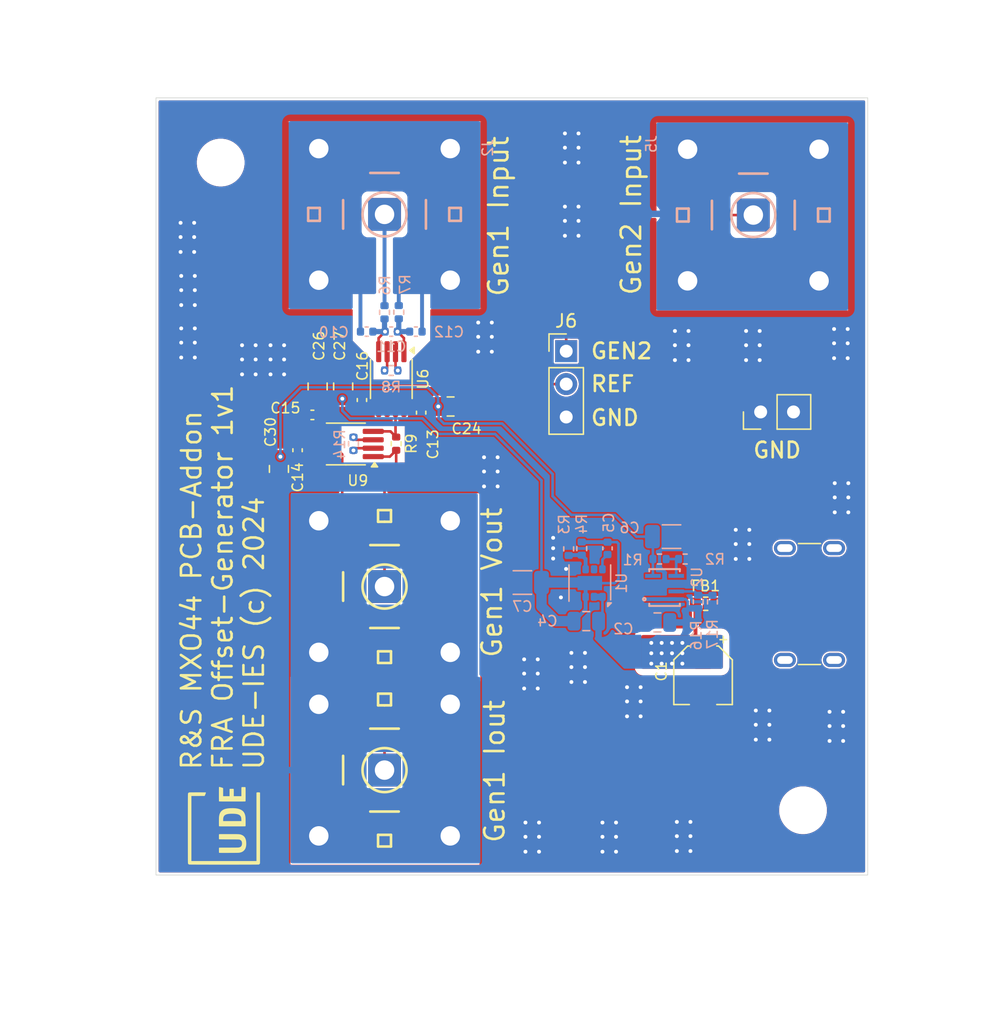
<source format=kicad_pcb>
(kicad_pcb (version 20240108) (generator "pcbnew") (generator_version "8.0")
  (layers (0 "F.Cu" signal) (31 "B.Cu" signal) (34 "B.Paste" user) (35 "F.Paste" user) (36 "B.SilkS" user "B.Silkscreen") (37 "F.SilkS" user "F.Silkscreen") (38 "B.Mask" user) (39 "F.Mask" user) (44 "Edge.Cuts" user))
  (net 0 "")
  (net 1 "GND")
  (net 2 "+5V")
  (net 3 "Net-(J6-Pin_2)")
  (net 4 "-5V")
  (net 5 "Net-(U1-SS{slash}TR)")
  (net 6 "GNDREF")
  (net 7 "Net-(U6-+)")
  (net 8 "Net-(U6--)")
  (net 9 "Net-(U9-+)")
  (net 10 "Net-(J2-SIG)")
  (net 11 "/Power/PWRGD_NEG")
  (net 12 "Net-(J3-SIG)")
  (net 13 "Net-(J4-SIG)")
  (net 14 "Net-(J5-SIG)")
  (net 15 "Net-(FB1-Pad1)")
  (net 16 "Net-(U1-FB)")
  (net 17 "Net-(U2-FB)")
  (net 18 "Net-(R8-Pad1)")
  (net 19 "Net-(R8-Pad2)")
  (net 20 "Net-(R14-Pad2)")
  (net 21 "Net-(R14-Pad1)")
  (net 22 "/Power/PWR_IN")
  (net 29 "Net-(U2-MODE)")
  (footprint "Capacitor_SMD:C_0402_1005Metric" (layer "F.Cu") (at 70.49 81.305 -90)
    (property "Reference" "C13")
    (property "Value" "100n")
  )
  (footprint "MountingHole:MountingHole_3.2mm_M3" (layer "F.Cu") (at 55 62)
    (property "Reference" "H1" (hide yes))
    (property "Value" "MountingHole" (hide yes))
  )
  (footprint "Capacitor_SMD:C_0402_1005Metric" (layer "F.Cu") (at 62.085 81.48 180)
    (property "Reference" "C15")
    (property "Value" "100n")
  )
  (footprint "Capacitor_SMD:C_0402_1005Metric" (layer "F.Cu") (at 65.915 80.33 90)
    (property "Reference" "C16")
    (property "Value" "100n")
  )
  (footprint "Capacitor_SMD:C_0805_2012Metric" (layer "F.Cu") (at 59.5 85.65 -90)
    (property "Reference" "C30")
    (property "Value" "10µ")
  )
  (footprint "Connector_PinHeader_2.54mm:PinHeader_1x03_P2.54mm_Vertical" (layer "F.Cu") (at 81.7 76.56)
    (property "Reference" "J6")
    (property "Value" "Conn_01x03")
  )
  (footprint "Capacitor_SMD:C_0805_2012Metric" (layer "F.Cu") (at 62.49 79.28 90)
    (property "Reference" "C26")
    (property "Value" "10µ")
  )
  (footprint "Capacitor_SMD:C_0402_1005Metric" (layer "F.Cu") (at 60.94 84.205 90)
    (property "Reference" "C14")
    (property "Value" "100n")
  )
  (footprint "connectors:BNC-MALE-H" (layer "F.Cu") (at 67.66 94.73)
    (property "Reference" "J3" (hide yes))
    (property "Value" "BNC-FEMALE-H" (hide yes))
  )
  (footprint "Package_SO:MSOP-8_3x3mm_P0.65mm" (layer "F.Cu") (at 68.185 78.7125 -90)
    (property "Reference" "U6")
    (property "Value" "AD8422BRMZ")
  )
  (footprint "connectors:USB_C_Receptacle_6P" (layer "F.Cu") (at 101.6 96.08 90)
    (property "Reference" "J11" (hide yes))
    (property "Value" "USB-C Receptable (6P)")
  )
  (footprint "Resistor_SMD:R_0402_1005Metric" (layer "F.Cu") (at 68.56 83.7 -90)
    (property "Reference" "R9")
    (property "Value" "100R")
  )
  (footprint "Connector_PinHeader_2.54mm:PinHeader_1x02_P2.54mm_Vertical" (layer "F.Cu") (at 96.725 81.25 90)
    (property "Reference" "J1" (hide yes))
    (property "Value" "Conn_01x02_Pin")
  )
  (footprint "Capacitor_SMD:C_0805_2012Metric" (layer "F.Cu") (at 72.765 80.83)
    (property "Reference" "C24")
    (property "Value" "10µ")
  )
  (footprint "Capacitor_SMD:CP_Elec_4x3" (layer "F.Cu") (at 92.275 101.58 -90)
    (property "Reference" "C1")
    (property "Value" "100µ")
  )
  (footprint "Package_SO:MSOP-8_3x3mm_P0.65mm" (layer "F.Cu") (at 64.6725 83.725 180)
    (property "Reference" "U9")
    (property "Value" "AD8422BRMZ")
  )
  (footprint "connectors:BNC-MALE-H" (layer "F.Cu") (at 67.66 108.9)
    (property "Reference" "J4" (hide yes))
    (property "Value" "BNC-FEMALE-H")
  )
  (footprint "logos:logo_ude_6x6" (layer "F.Cu") (at 55.25 113.2 90)
    (property "Reference" "G***" (hide yes))
    (property "Value" "LOGO" (hide yes))
  )
  (footprint "MountingHole:MountingHole_3.2mm_M3" (layer "F.Cu") (at 100 112)
    (property "Reference" "H4" (hide yes))
    (property "Value" "MountingHole" (hide yes))
  )
  (footprint "Capacitor_SMD:C_0805_2012Metric" (layer "F.Cu") (at 64.465 79.28 90)
    (property "Reference" "C27")
    (property "Value" "10µ")
  )
  (footprint "Inductor_SMD:L_0603_1608Metric" (layer "F.Cu") (at 92.475 96.06 180)
    (property "Reference" "FB1")
    (property "Value" "FB_120Z_2A_0603")
  )
  (footprint "Capacitor_SMD:C_0402_1005Metric" (layer "B.Cu") (at 66.28 75.05)
    (property "Reference" "C10")
    (property "Value" "1n")
  )
  (footprint "Resistor_SMD:R_0402_1005Metric" (layer "B.Cu") (at 82.9 91.8 90)
    (property "Reference" "R4")
    (property "Value" "22k")
  )
  (footprint "NetTie:NetTie-2_SMD_Pad0.5mm" (layer "B.Cu") (at 60.3 108.9)
    (property "Reference" "NT1" (hide yes))
    (property "Value" "NetTie_2" (hide yes))
  )
  (footprint "custom_library:MICROSIP8_SIU_TEX" (layer "B.Cu") (at 89.3 94.806359)
    (property "Reference" "U2")
    (property "Value" "TPSM83101")
  )
  (footprint "Resistor_SMD:R_0402_1005Metric" (layer "B.Cu") (at 93 95.916359 -90)
    (property "Reference" "R17")
    (property "Value" "100k")
  )
  (footprint "Capacitor_SMD:C_0805_2012Metric" (layer "B.Cu") (at 83.25 97.4 180)
    (property "Reference" "C4")
    (property "Value" "10µ")
  )
  (footprint "Capacitor_SMD:C_1206_3216Metric" (layer "B.Cu") (at 78.315 94.42)
    (property "Reference" "C7")
    (property "Value" "47µ")
  )
  (footprint "Resistor_SMD:R_0402_1005Metric" (layer "B.Cu") (at 88.91 92.606359)
    (property "Reference" "R1")
    (property "Value" "198k")
  )
  (footprint "connectors:BNC-MALE-H" (layer "B.Cu") (at 96.16 66.05 -90)
    (property "Reference" "J5")
    (property "Value" "BNC-FEMALE-H")
  )
  (footprint "Capacitor_SMD:C_0402_1005Metric" (layer "B.Cu") (at 70.08 75.05)
    (property "Reference" "C12")
    (property "Value" "1n")
  )
  (footprint "Resistor_SMD:R_0402_1005Metric" (layer "B.Cu") (at 67.66 73.56 -90)
    (property "Reference" "R6")
    (property "Value" "10R")
  )
  (footprint "Resistor_SMD:R_0402_1005Metric" (layer "B.Cu") (at 91.9 95.906359 90)
    (property "Reference" "R16")
    (property "Value" "100k")
  )
  (footprint "Resistor_SMD:R_0402_1005Metric" (layer "B.Cu") (at 68.76 73.55 -90)
    (property "Reference" "R7")
    (property "Value" "10R")
  )
  (footprint "Resistor_SMD:R_0402_1005Metric" (layer "B.Cu") (at 90.89 92.606359)
    (property "Reference" "R2")
    (property "Value" "22k")
  )
  (footprint "Resistor_SMD:R_0402_1005Metric" (layer "B.Cu") (at 81.89 91.82 -90)
    (property "Reference" "R3")
    (property "Value" "116k")
  )
  (footprint "Capacitor_SMD:C_0402_1005Metric" (layer "B.Cu") (at 68.18 75.05)
    (property "Reference" "C11")
    (property "Value" "10n")
  )
  (footprint "Capacitor_SMD:C_1206_3216Metric" (layer "B.Cu") (at 89.84 90.876359)
    (property "Reference" "C6")
    (property "Value" "47µ")
  )
  (footprint "Resistor_SMD:R_0402_1005Metric" (layer "B.Cu") (at 68.175 78.05 180)
    (property "Reference" "R8")
    (property "Value" "100G")
  )
  (footprint "connectors:BNC-MALE-H" (layer "B.Cu") (at 67.66 66 -90)
    (property "Reference" "J2")
    (property "Value" "BNC-FEMALE-H")
  )
  (footprint "Resistor_SMD:R_0402_1005Metric" (layer "B.Cu") (at 65.26 83.71 90)
    (property "Reference" "R14")
    (property "Value" "19k8")
  )
  (footprint "custom_library:Texas_SIL0008D_MicroSiP-8-1EP_2.8x3mm_P0.65mm_EP1.1x1.9mm" (layer "B.Cu") (at 83.525 94.4625 90)
    (property "Reference" "U1")
    (property "Value" "TPS82150")
  )
  (footprint "Capacitor_SMD:C_0402_1005Metric" (layer "B.Cu") (at 84.89 91.78 90)
    (property "Reference" "C5")
    (property "Value" "100n")
  )
  (footprint "NetTie:NetTie-2_SMD_Pad0.5mm" (layer "B.Cu") (at 88.735 65.96)
    (property "Reference" "NT4" (hide yes))
    (property "Value" "NetTie_2" (hide yes))
  )
  (footprint "Capacitor_SMD:C_0805_2012Metric" (layer "B.Cu") (at 88.75 97.5 180)
    (property "Reference" "C2")
    (property "Value" "10µ")
  )
  (gr_rect (start 50 57) (end 105 117) (stroke (width 0.05)) (fill none) (layer "Edge.Cuts"))
  (gr_text "Gen1 Input" (at 77.35 66.15 90) (layer "F.SilkS") (effects (font (size 1.5 1.5) (thickness 0.2)) (justify bottom)))
  (gr_text "REF" (at 83.5 79.085 0) (layer "F.SilkS") (effects (font (size 1.2 1.2) (thickness 0.2)) (justify left)))
  (gr_text "Gen2 Input" (at 87.6 66.05 90) (layer "F.SilkS") (effects (font (size 1.5 1.5) (thickness 0.2)) (justify bottom)))
  (gr_text "GND" (at 83.5 81.7 0) (layer "F.SilkS") (effects (font (size 1.2 1.2) (thickness 0.2)) (justify left)))
  (gr_text "R&S MXO44 PCB-Addon\nFRA Offset-Generator 1v1\nUDE-IES (c) 2024" (at 58.45 109 90) (layer "F.SilkS") (effects (font (size 1.5 1.5) (thickness 0.2)) (justify left bottom)))
  (gr_text "GND" (at 98 83.5 0) (layer "F.SilkS") (effects (font (size 1.2 1.2) (thickness 0.2)) (justify top)))
  (gr_text "Gen1 Iout" (at 77.05 109 90) (layer "F.SilkS") (effects (font (size 1.5 1.5) (thickness 0.2)) (justify bottom)))
  (gr_text "GEN2" (at 83.5 76.55 0) (layer "F.SilkS") (effects (font (size 1.2 1.2) (thickness 0.2)) (justify left)))
  (gr_text "Gen1 Vout" (at 76.84 94.42 90) (layer "F.SilkS") (effects (font (size 1.5 1.5) (thickness 0.2)) (justify bottom)))
  (via (at 84.5 115.2) (size 0.6) (drill 0.3) (layers "F.Cu" "B.Cu") (net 1))
  (via (at 97.4 106.55) (size 0.6) (drill 0.3) (layers "F.Cu" "B.Cu") (net 1))
  (via (at 97.4 104.3) (size 0.6) (drill 0.3) (layers "F.Cu" "B.Cu") (net 1))
  (via (at 90.25 114) (size 0.6) (drill 0.3) (layers "F.Cu" "B.Cu") (net 1))
  (via (at 102.45 86.75) (size 0.6) (drill 0.3) (layers "F.Cu" "B.Cu") (net 1))
  (via (at 81.6 59.75) (size 0.6) (drill 0.3) (layers "F.Cu" "B.Cu") (net 1))
  (via (at 97.4 105.4) (size 0.6) (drill 0.3) (layers "F.Cu" "B.Cu") (net 1))
  (via (at 102.4 75.95) (size 0.6) (drill 0.3) (layers "F.Cu" "B.Cu") (net 1))
  (via (at 90.1 77.25) (size 0.6) (drill 0.3) (layers "F.Cu" "B.Cu") (net 1))
  (via (at 102.45 89) (size 0.6) (drill 0.3) (layers "F.Cu" "B.Cu") (net 1))
  (via (at 51.95 71.85) (size 0.6) (drill 0.3) (layers "F.Cu" "B.Cu") (net 1))
  (via (at 95.6 77.25) (size 0.6) (drill 0.3) (layers "F.Cu" "B.Cu") (net 1))
  (via (at 53 75.9) (size 0.6) (drill 0.3) (layers "F.Cu" "B.Cu") (net 1))
  (via (at 87.45 103.6) (size 0.6) (drill 0.3) (layers "F.Cu" "B.Cu") (net 1))
  (via (at 51.9 67.75) (size 0.6) (drill 0.3) (layers "F.Cu" "B.Cu") (net 1))
  (via (at 52.95 66.65) (size 0.6) (drill 0.3) (layers "F.Cu" "B.Cu") (net 1))
  (via (at 85.55 115.2) (size 0.6) (drill 0.3) (layers "F.Cu" "B.Cu") (net 1))
  (via (at 103.45 75.95) (size 0.6) (drill 0.3) (layers "F.Cu" "B.Cu") (net 1))
  (via (at 75.35 85.85) (size 0.6) (drill 0.3) (layers "F.Cu" "B.Cu") (net 1))
  (via (at 51.95 74.8) (size 0.6) (drill 0.3) (layers "F.Cu" "B.Cu") (net 1))
  (via (at 78.55 115.2) (size 0.6) (drill 0.3) (layers "F.Cu" "B.Cu") (net 1))
  (via (at 78.55 114.05) (size 0.6) (drill 0.3) (layers "F.Cu" "B.Cu") (net 1))
  (via (at 74.9 75.45) (size 0.6) (drill 0.3) (layers "F.Cu" "B.Cu") (net 1))
  (via (at 79.6 115.2) (size 0.6) (drill 0.3) (layers "F.Cu" "B.Cu") (net 1))
  (via (at 51.9 68.9) (size 0.6) (drill 0.3) (layers "F.Cu" "B.Cu") (net 1))
  (via (at 79.5 100.35) (size 0.6) (drill 0.3) (layers "F.Cu" "B.Cu") (net 1))
  (via (at 91.15 76.1) (size 0.6) (drill 0.3) (layers "F.Cu" "B.Cu") (net 1))
  (via (at 84.5 112.95) (size 0.6) (drill 0.3) (layers "F.Cu" "B.Cu") (net 1))
  (via (at 103.5 87.85) (size 0.6) (drill 0.3) (layers "F.Cu" "B.Cu") (net 1))
  (via (at 53 70.75) (size 0.6) (drill 0.3) (layers "F.Cu" "B.Cu") (net 1))
  (via (at 81.6 60.85) (size 0.6) (drill 0.3) (layers "F.Cu" "B.Cu") (net 1))
  (via (at 103.5 89) (size 0.6) (drill 0.3) (layers "F.Cu" "B.Cu") (net 1))
  (via (at 90.1 75) (size 0.6) (drill 0.3) (layers "F.Cu" "B.Cu") (net 1))
  (via (at 80.69 90.97) (size 0.6) (drill 0.3) (layers "F.Cu" "B.Cu") (net 1))
  (via (at 78.45 102.6) (size 0.6) (drill 0.3) (layers "F.Cu" "B.Cu") (net 1))
  (via (at 96.65 76.1) (size 0.6) (drill 0.3) (layers "F.Cu" "B.Cu") (net 1))
  (via (at 53 71.85) (size 0.6) (drill 0.3) (layers "F.Cu" "B.Cu") (net 1))
  (via (at 80.69 91.77) (size 0.6) (drill 0.3) (layers "F.Cu" "B.Cu") (net 1))
  (via (at 87.45 102.5) (size 0.6) (drill 0.3) (layers "F.Cu" "B.Cu") (net 1))
  (via (at 81.6 66.5) (size 0.6) (drill 0.3) (layers "F.Cu" "B.Cu") (net 1))
  (via (at 103.5 86.75) (size 0.6) (drill 0.3) (layers "F.Cu" "B.Cu") (net 1))
  (via (at 75.95 76.6) (size 0.6) (drill 0.3) (layers "F.Cu" "B.Cu") (net 1))
  (via (at 81.6 65.4) (size 0.6) (drill 0.3) (layers "F.Cu" "B.Cu") (net 1))
  (via (at 90.1 76.1) (size 0.6) (drill 0.3) (layers "F.Cu" "B.Cu") (net 1))
  (via (at 80.69 92.57) (size 0.6) (drill 0.3) (layers "F.Cu" "B.Cu") (net 1))
  (via (at 52.95 67.75) (size 0.6) (drill 0.3) (layers "F.Cu" "B.Cu") (net 1))
  (via (at 78.45 100.35) (size 0.6) (drill 0.3) (layers "F.Cu" "B.Cu") (net 1))
  (via (at 102.05 105.5) (size 0.6) (drill 0.3) (layers "F.Cu" "B.Cu") (net 1))
  (via (at 85.55 114.05) (size 0.6) (drill 0.3) (layers "F.Cu" "B.Cu") (net 1))
  (via (at 86.4 104.75) (size 0.6) (drill 0.3) (layers "F.Cu" "B.Cu") (net 1))
  (via (at 83.15 102.1) (size 0.6) (drill 0.3) (layers "F.Cu" "B.Cu") (net 1))
  (via (at 56.65 77.2) (size 0.6) (drill 0.3) (layers "F.Cu" "B.Cu") (net 1))
  (via (at 58.85 77.2) (size 0.6) (drill 0.3) (layers "F.Cu" "B.Cu") (net 1))
  (via (at 85.55 112.95) (size 0.6) (drill 0.3) (layers "F.Cu" "B.Cu") (net 1))
  (via (at 96.65 77.25) (size 0.6) (drill 0.3) (layers "F.Cu" "B.Cu") (net 1))
  (via (at 90.25 112.9) (size 0.6) (drill 0.3) (layers "F.Cu" "B.Cu") (net 1))
  (via (at 91.15 77.25) (size 0.6) (drill 0.3) (layers "F.Cu" "B.Cu") (net 1))
  (via (at 82.65 66.5) (size 0.6) (drill 0.3) (layers "F.Cu" "B.Cu") (net 1))
  (via (at 75.35 84.75) (size 0.6) (drill 0.3) (layers "F.Cu" "B.Cu") (net 1))
  (via (at 75.95 74.35) (size 0.6) (drill 0.3) (layers "F.Cu" "B.Cu") (net 1))
  (via (at 95.85 92.6) (size 0.6) (drill 0.3) (layers "F.Cu" "B.Cu") (net 1))
  (via (at 95.85 90.35) (size 0.6) (drill 0.3) (layers "F.Cu" "B.Cu") (net 1))
  (via (at 82.65 62) (size 0.6) (drill 0.3) (layers "F.Cu" "B.Cu") (net 1))
  (via (at 76.4 85.85) (size 0.6) (drill 0.3) (layers "F.Cu" "B.Cu") (net 1))
  (via (at 53 77.05) (size 0.6) (drill 0.3) (layers "F.Cu" "B.Cu") (net 1))
  (via (at 96.35 104.3) (size 0.6) (drill 0.3) (layers "F.Cu" "B.Cu") (net 1))
  (via (at 79.6 114.05) (size 0.6) (drill 0.3) (layers "F.Cu" "B.Cu") (net 1))
  (via (at 82.65 67.65) (size 0.6) (drill 0.3) (layers "F.Cu" "B.Cu") (net 1))
  (via (at 51.9 66.65) (size 0.6) (drill 0.3) (layers "F.Cu" "B.Cu") (net 1))
  (via (at 82.1 100.95) (size 0.6) (drill 0.3) (layers "F.Cu" "B.Cu") (net 1))
  (via (at 102.05 104.4) (size 0.6) (drill 0.3) (layers "F.Cu" "B.Cu") (net 1))
  (via (at 96.35 105.4) (size 0.6) (drill 0.3) (layers "F.Cu" "B.Cu") (net 1))
  (via (at 51.95 73) (size 0.6) (drill 0.3) (layers "F.Cu" "B.Cu") (net 1))
  (via (at 51.95 70.75) (size 0.6) (drill 0.3) (layers "F.Cu" "B.Cu") (net 1))
  (via (at 53 74.8) (size 0.6) (drill 0.3) (layers "F.Cu" "B.Cu") (net 1))
  (via (at 57.7 77.2) (size 0.6) (drill 0.3) (layers "F.Cu" "B.Cu") (net 1))
  (via (at 91.3 115.15) (size 0.6) (drill 0.3) (layers "F.Cu" "B.Cu") (net 1))
  (via (at 81.69 93.37) (size 0.6) (drill 0.3) (layers "F.Cu" "B.Cu") (net 1))
  (via (at 58.85 76.1) (size 0.6) (drill 0.3) (layers "F.Cu" "B.Cu") (net 1))
  (via (at 82.1 99.85) (size 0.6) (drill 0.3) (layers "F.Cu" "B.Cu") (net 1))
  (via (at 75.35 87) (size 0.6) (drill 0.3) (layers "F.Cu" "B.Cu") (net 1))
  (via (at 102.4 77.1) (size 0.6) (drill 0.3) (layers "F.Cu" "B.Cu") (net 1))
  (via (at 102.4 74.85) (size 0.6) (drill 0.3) (layers "F.Cu" "B.Cu") (net 1))
  (via (at 96.35 106.55) (size 0.6) (drill 0.3) (layers "F.Cu" "B.Cu") (net 1))
  (via (at 74.9 76.6) (size 0.6) (drill 0.3) (layers "F.Cu" "B.Cu") (net 1))
  (via (at 103.1 106.65) (size 0.6) (drill 0.3) (layers "F.Cu" "B.Cu") (net 1))
  (via (at 94.8 90.35) (size 0.6) (drill 0.3) (layers "F.Cu" "B.Cu") (net 1))
  (via (at 59.9 76.1) (size 0.6) (drill 0.3) (layers "F.Cu" "B.Cu") (net 1))
  (via (at 91.3 114) (size 0.6) (drill 0.3) (layers "F.Cu" "B.Cu") (net 1))
  (via (at 76.4 84.75) (size 0.6) (drill 0.3) (layers "F.Cu" "B.Cu") (net 1))
  (via (at 79.6 112.95) (size 0.6) (drill 0.3) (layers "F.Cu" "B.Cu") (net 1))
  (via (at 83.15 99.85) (size 0.6) (drill 0.3) (layers "F.Cu" "B.Cu") (net 1))
  (via (at 51.95 75.9) (size 0.6) (drill 0.3) (layers "F.Cu" "B.Cu") (net 1))
  (via (at 59.9 78.35) (size 0.6) (drill 0.3) (layers "F.Cu" "B.Cu") (net 1))
  (via (at 56.65 78.35) (size 0.6) (drill 0.3) (layers "F.Cu" "B.Cu") (net 1))
  (via (at 79.5 101.45) (size 0.6) (drill 0.3) (layers "F.Cu" "B.Cu") (net 1))
  (via (at 103.1 105.5) (size 0.6) (drill 0.3) (layers "F.Cu" "B.Cu") (net 1))
  (via (at 81.6 62) (size 0.6) (drill 0.3) (layers "F.Cu" "B.Cu") (net 1))
  (via (at 82.65 60.85) (size 0.6) (drill 0.3) (layers "F.Cu" "B.Cu") (net 1))
  (via (at 82.65 59.75) (size 0.6) (drill 0.3) (layers "F.Cu" "B.Cu") (net 1))
  (via (at 76.4 87) (size 0.6) (drill 0.3) (layers "F.Cu" "B.Cu") (net 1))
  (via (at 95.6 75) (size 0.6) (drill 0.3) (layers "F.Cu" "B.Cu") (net 1))
  (via (at 58.85 78.35) (size 0.6) (drill 0.3) (layers "F.Cu" "B.Cu") (net 1))
  (via (at 103.45 77.1) (size 0.6) (drill 0.3) (layers "F.Cu" "B.Cu") (net 1))
  (via (at 74.9 74.35) (size 0.6) (drill 0.3) (layers "F.Cu" "B.Cu") (net 1))
  (via (at 59.9 77.2) (size 0.6) (drill 0.3) (layers "F.Cu" "B.Cu") (net 1))
  (via (at 96.65 75) (size 0.6) (drill 0.3) (layers "F.Cu" "B.Cu") (net 1))
  (via (at 94.8 91.45) (size 0.6) (drill 0.3) (layers "F.Cu" "B.Cu") (net 1))
  (via (at 82.65 65.4) (size 0.6) (drill 0.3) (layers "F.Cu" "B.Cu") (net 1))
  (via (at 83.15 100.95) (size 0.6) (drill 0.3) (layers "F.Cu" "B.Cu") (net 1))
  (via (at 94.8 92.6) (size 0.6) (drill 0.3) (layers "F.Cu" "B.Cu") (net 1))
  (via (at 86.4 103.6) (size 0.6) (drill 0.3) (layers "F.Cu" "B.Cu") (net 1))
  (via (at 102.05 106.65) (size 0.6) (drill 0.3) (layers "F.Cu" "B.Cu") (net 1))
  (via (at 91.15 75) (size 0.6) (drill 0.3) (layers "F.Cu" "B.Cu") (net 1))
  (via (at 87.45 104.75) (size 0.6) (drill 0.3) (layers "F.Cu" "B.Cu") (net 1))
  (via (at 86.4 102.5) (size 0.6) (drill 0.3) (layers "F.Cu" "B.Cu") (net 1))
  (via (at 91.3 112.9) (size 0.6) (drill 0.3) (layers "F.Cu" "B.Cu") (net 1))
  (via (at 52.95 68.9) (size 0.6) (drill 0.3) (layers "F.Cu" "B.Cu") (net 1))
  (via (at 79.5 102.6) (size 0.6) (drill 0.3) (layers "F.Cu" "B.Cu") (net 1))
  (via (at 90.25 115.15) (size 0.6) (drill 0.3) (layers "F.Cu" "B.Cu") (net 1))
  (via (at 84.5 114.05) (size 0.6) (drill 0.3) (layers "F.Cu" "B.Cu") (net 1))
  (via (at 103.45 74.85) (size 0.6) (drill 0.3) (layers "F.Cu" "B.Cu") (net 1))
  (via (at 81.6 67.65) (size 0.6) (drill 0.3) (layers "F.Cu" "B.Cu") (net 1))
  (via (at 78.45 101.45) (size 0.6) (drill 0.3) (layers "F.Cu" "B.Cu") (net 1))
  (via (at 103.1 104.4) (size 0.6) (drill 0.3) (layers "F.Cu" "B.Cu") (net 1))
  (via (at 82.1 102.1) (size 0.6) (drill 0.3) (layers "F.Cu" "B.Cu") (net 1))
  (via (at 78.55 112.95) (size 0.6) (drill 0.3) (layers "F.Cu" "B.Cu") (net 1))
  (via (at 53 73) (size 0.6) (drill 0.3) (layers "F.Cu" "B.Cu") (net 1))
  (via (at 95.6 76.1) (size 0.6) (drill 0.3) (layers "F.Cu" "B.Cu") (net 1))
  (via (at 56.65 76.1) (size 0.6) (drill 0.3) (layers "F.Cu" "B.Cu") (net 1))
  (via (at 102.45 87.85) (size 0.6) (drill 0.3) (layers "F.Cu" "B.Cu") (net 1))
  (via (at 51.95 77.05) (size 0.6) (drill 0.3) (layers "F.Cu" "B.Cu") (net 1))
  (via (at 75.95 75.45) (size 0.6) (drill 0.3) (layers "F.Cu" "B.Cu") (net 1))
  (via (at 57.7 76.1) (size 0.6) (drill 0.3) (layers "F.Cu" "B.Cu") (net 1))
  (via (at 95.85 91.45) (size 0.6) (drill 0.3) (layers "F.Cu" "B.Cu") (net 1))
  (via (at 57.7 78.35) (size 0.6) (drill 0.3) (layers "F.Cu" "B.Cu") (net 1))
  (via (at 81.29 95.57) (size 0.6) (drill 0.3) (layers "F.Cu" "B.Cu") (net 1))
  (segment (start 91.56 94.506359) (end 91.64 94.426359) (width 0.2) (layer "B.Cu") (net 1))
  (segment (start 88.4 94.506359) (end 87.02 94.506359) (width 0.2) (layer "B.Cu") (net 1))
  (segment (start 90.2 94.506359) (end 91.56 94.506359) (width 0.2) (layer "B.Cu") (net 1))
  (segment (start 87.02 94.506359) (end 86.99 94.476359) (width 0.2) (layer "B.Cu") (net 1))
  (segment (start 82.55 93.4) (end 81.72 93.4) (width 0.2) (layer "B.Cu") (net 1))
  (segment (start 87.01 95.106359) (end 86.99 95.126359) (width 0.2) (layer "B.Cu") (net 1))
  (segment (start 81.72 93.4) (end 81.69 93.37) (width 0.2) (layer "B.Cu") (net 1))
  (segment (start 88.4 95.106359) (end 87.01 95.106359) (width 0.2) (layer "B.Cu") (net 1))
  (segment (start 71.81 80.825) (end 70.49 80.825) (width 0.2) (layer "F.Cu") (net 2))
  (segment (start 62.56 84.7) (end 60.955 84.7) (width 0.2) (layer "F.Cu") (net 2))
  (segment (start 59.615 84.705) (end 60.92 84.705) (width 0.2) (layer "F.Cu") (net 2))
  (segment (start 60.955 84.7) (end 60.94 84.685) (width 0.2) (layer "F.Cu") (net 2))
  (segment (start 60.92 84.705) (end 60.94 84.685) (width 0.2) (layer "F.Cu") (net 2))
  (segment (start 71.815 80.83) (end 71.81 80.825) (width 0.2) (layer "F.Cu") (net 2))
  (segment (start 70.49 80.825) (end 69.16 80.825) (width 0.2) (layer "F.Cu") (net 2))
  (via (at 59.615 84.705) (size 0.6) (drill 0.3) (layers "F.Cu" "B.Cu") (net 2))
  (via (at 71.815 80.83) (size 0.6) (drill 0.3) (layers "F.Cu" "B.Cu") (net 2))
  (segment (start 71.8 80.15) (end 71.8 80.815) (width 0.2) (layer "B.Cu") (net 2))
  (segment (start 80.65 86.05) (end 80.65 87.75) (width 0.2) (layer "B.Cu") (net 2))
  (segment (start 88.4 93.906358) (end 88.4 92.606359) (width 0.2) (layer "B.Cu") (net 2))
  (segment (start 71.85 80.865) (end 71.85 81.75) (width 0.2) (layer "B.Cu") (net 2))
  (segment (start 59.615 80.935) (end 61.2 79.35) (width 0.2) (layer "B.Cu") (net 2))
  (segment (start 88.4 90.911359) (end 88.365 90.876359) (width 0.2) (layer "B.Cu") (net 2))
  (segment (start 72.25 82.15) (end 76.75 82.15) (width 0.2) (layer "B.Cu") (net 2))
  (segment (start 87.126359 90.876359) (end 88.365 90.876359) (width 0.2) (layer "B.Cu") (net 2))
  (segment (start 82.1 89.2) (end 85.45 89.2) (width 0.2) (layer "B.Cu") (net 2))
  (segment (start 76.75 82.15) (end 80.65 86.05) (width 0.2) (layer "B.Cu") (net 2))
  (segment (start 71.815 80.83) (end 71.85 80.865) (width 0.2) (layer "B.Cu") (net 2))
  (segment (start 59.615 84.705) (end 59.615 80.935) (width 0.2) (layer "B.Cu") (net 2))
  (segment (start 71 79.35) (end 71.8 80.15) (width 0.2) (layer "B.Cu") (net 2))
  (segment (start 71.8 80.815) (end 71.815 80.83) (width 0.2) (layer "B.Cu") (net 2))
  (segment (start 61.2 79.35) (end 71 79.35) (width 0.2) (layer "B.Cu") (net 2))
  (segment (start 85.45 89.2) (end 87.126359 90.876359) (width 0.2) (layer "B.Cu") (net 2))
  (segment (start 71.85 81.75) (end 72.25 82.15) (width 0.2) (layer "B.Cu") (net 2))
  (segment (start 88.4 92.606359) (end 88.4 90.911359) (width 0.2) (layer "B.Cu") (net 2))
  (segment (start 80.65 87.75) (end 82.1 89.2) (width 0.2) (layer "B.Cu") (net 2))
  (segment (start 67.86 80.825) (end 67.86 79.55) (width 0.2) (layer "F.Cu") (net 3))
  (segment (start 67.86 79.55) (end 68.31 79.1) (width 0.2) (layer "F.Cu") (net 3))
  (segment (start 68.31 79.1) (end 81.7 79.1) (width 0.2) (layer "F.Cu") (net 3))
  (segment (start 62.565 82.745) (end 62.56 82.75) (width 0.2) (layer "F.Cu") (net 4))
  (segment (start 65.045 80.81) (end 64.465 80.23) (width 0.2) (layer "F.Cu") (net 4))
  (segment (start 64.465 80.23) (end 64.4 80.23) (width 0.2) (layer "F.Cu") (net 4))
  (segment (start 62.565 80.23) (end 62.565 81.48) (width 0.2) (layer "F.Cu") (net 4))
  (segment (start 62.565 81.48) (end 62.565 82.745) (width 0.2) (layer "F.Cu") (net 4))
  (segment (start 65.93 80.825) (end 65.915 80.81) (width 0.2) (layer "F.Cu") (net 4))
  (segment (start 67.21 80.825) (end 65.93 80.825) (width 0.2) (layer "F.Cu") (net 4))
  (segment (start 65.915 80.81) (end 65.045 80.81) (width 0.2) (layer "F.Cu") (net 4))
  (segment (start 62.49 80.23) (end 64.4 80.23) (width 0.2) (layer "F.Cu") (net 4))
  (via (at 64.4 80.23) (size 0.6) (drill 0.3) (layers "F.Cu" "B.Cu") (net 4))
  (segment (start 83.5325 94.47) (end 83.525 94.4625) (width 0.2) (layer "B.Cu") (net 4))
  (segment (start 79.79 96.27) (end 80.92 97.4) (width 0.8) (layer "B.Cu") (net 4))
  (segment (start 83.2 95.525) (end 83.2 94.7875) (width 0.3) (layer "B.Cu") (net 4))
  (segment (start 85.74 91.42) (end 85.74 94.17) (width 0.2) (layer "B.Cu") (net 4))
  (segment (start 76.2 82.95) (end 79.79 86.54) (width 0.2) (layer "B.Cu") (net 4))
  (segment (start 82.9 91.29) (end 82.91 91.3) (width 0.3) (layer "B.Cu") (net 4))
  (segment (start 80.92 97.4) (end 82.3 97.4) (width 0.8) (layer "B.Cu") (net 4))
  (segment (start 83.4825 94.42) (end 83.525 94.4625) (width 0.8) (layer "B.Cu") (net 4))
  (segment (start 85.44 94.47) (end 83.5325 94.47) (width 0.2) (layer "B.Cu") (net 4))
  (segment (start 64.4 81.15) (end 65 81.75) (width 0.2) (layer "B.Cu") (net 4))
  (segment (start 82.91 91.3) (end 84.89 91.3) (width 0.3) (layer "B.Cu") (net 4))
  (segment (start 65 81.75) (end 70.6 81.75) (width 0.2) (layer "B.Cu") (net 4))
  (segment (start 79.79 94.42) (end 83.4825 94.42) (width 0.8) (layer "B.Cu") (net 4))
  (segment (start 79.79 86.54) (end 79.79 94.42) (width 0.2) (layer "B.Cu") (net 4))
  (segment (start 85.62 91.3) (end 85.74 91.42) (width 0.2) (layer "B.Cu") (net 4))
  (segment (start 84.89 91.3) (end 85.62 91.3) (width 0.2) (layer "B.Cu") (net 4))
  (segment (start 83.2 95.525) (end 83.2 96.5) (width 0.3) (layer "B.Cu") (net 4))
  (segment (start 64.4 80.23) (end 64.4 81.15) (width 0.2) (layer "B.Cu") (net 4))
  (segment (start 85.74 94.17) (end 85.44 94.47) (width 0.2) (layer "B.Cu") (net 4))
  (segment (start 71.8 82.95) (end 76.2 82.95) (width 0.2) (layer "B.Cu") (net 4))
  (segment (start 70.6 81.75) (end 71.8 82.95) (width 0.2) (layer "B.Cu") (net 4))
  (segment (start 83.2 94.7875) (end 83.525 94.4625) (width 0.3) (layer "B.Cu") (net 4))
  (segment (start 79.79 94.42) (end 79.79 96.27) (width 0.8) (layer "B.Cu") (net 4))
  (segment (start 83.2 96.5) (end 82.3 97.4) (width 0.3) (layer "B.Cu") (net 4))
  (segment (start 84.5 92.65) (end 84.89 92.26) (width 0.2) (layer "B.Cu") (net 5))
  (segment (start 84.5 93.4) (end 84.5 92.65) (width 0.2) (layer "B.Cu") (net 5))
  (segment (start 70.56 75.05) (end 70.56 70.99) (width 0.3) (layer "B.Cu") (net 6))
  (segment (start 70.56 70.99) (end 70.6 70.95) (width 0.3) (layer "B.Cu") (net 6))
  (segment (start 68.8 70.55) (end 68.76 70.59) (width 0.3) (layer "B.Cu") (net 6))
  (segment (start 68.76 73.04) (end 68.76 70.59) (width 0.3) (layer "B.Cu") (net 6))
  (segment (start 65.8 75.05) (end 65.8 70.95) (width 0.3) (layer "B.Cu") (net 6))
  (segment (start 67.205 77.05) (end 67.205 75.545) (width 0.2) (layer "F.Cu") (net 7))
  (segment (start 67.205 75.545) (end 67.7 75.05) (width 0.2) (layer "F.Cu") (net 7))
  (via (at 67.7 75.05) (size 0.6) (drill 0.3) (layers "F.Cu" "B.Cu") (net 7))
  (segment (start 67.66 75.01) (end 67.7 75.05) (width 0.4) (layer "B.Cu") (net 7))
  (segment (start 67.66 74.07) (end 67.66 75.01) (width 0.4) (layer "B.Cu") (net 7))
  (segment (start 67.7 75.05) (end 66.76 75.05) (width 0.4) (layer "B.Cu") (net 7))
  (segment (start 69.155 75.545) (end 68.66 75.05) (width 0.2) (layer "F.Cu") (net 8))
  (segment (start 69.155 77.05) (end 69.155 75.545) (width 0.2) (layer "F.Cu") (net 8))
  (via (at 68.66 75.05) (size 0.6) (drill 0.3) (layers "F.Cu" "B.Cu") (net 8))
  (segment (start 68.76 74.95) (end 68.66 75.05) (width 0.4) (layer "B.Cu") (net 8))
  (segment (start 68.76 74.05) (end 68.76 74.95) (width 0.4) (layer "B.Cu") (net 8))
  (segment (start 68.66 75.05) (end 69.6 75.05) (width 0.4) (layer "B.Cu") (net 8))
  (segment (start 68.12 82.75) (end 68.56 83.19) (width 0.2) (layer "F.Cu") (net 9))
  (segment (start 68.51 83.14) (end 68.56 83.19) (width 0.2) (layer "F.Cu") (net 9))
  (segment (start 66.785 82.75) (end 68.12 82.75) (width 0.2) (layer "F.Cu") (net 9))
  (segment (start 68.51 80.825) (end 68.51 83.14) (width 0.2) (layer "F.Cu") (net 9))
  (segment (start 67.66 73.05) (end 67.66 66) (width 0.3) (layer "B.Cu") (net 10))
  (segment (start 66.785 84.7) (end 68.07 84.7) (width 0.2) (layer "F.Cu") (net 12))
  (segment (start 68.56 86.39) (end 67.66 87.29) (width 0.2) (layer "F.Cu") (net 12))
  (segment (start 67.66 87.27) (end 67.66 94.73) (width 0.2) (layer "F.Cu") (net 12))
  (segment (start 68.56 84.21) (end 68.56 86.39) (width 0.2) (layer "F.Cu") (net 12))
  (segment (start 68.07 84.7) (end 68.56 84.21) (width 0.2) (layer "F.Cu") (net 12))
  (segment (start 67.66 99.56) (end 64.39 96.29) (width 0.2) (layer "F.Cu") (net 13))
  (segment (start 64.39 84.53) (end 63.91 84.05) (width 0.2) (layer "F.Cu") (net 13))
  (segment (start 64.39 96.29) (end 64.39 84.53) (width 0.2) (layer "F.Cu") (net 13))
  (segment (start 63.91 84.05) (end 62.56 84.05) (width 0.2) (layer "F.Cu") (net 13))
  (segment (start 67.66 108.9) (end 67.66 99.56) (width 0.2) (layer "F.Cu") (net 13))
  (segment (start 87.6 66.05) (end 96.16 66.05) (width 0.2) (layer "F.Cu") (net 14))
  (segment (start 87.6 66.05) (end 81.7 71.95) (width 0.2) (layer "F.Cu") (net 14))
  (segment (start 81.7 71.95) (end 81.7 76.87) (width 0.2) (layer "F.Cu") (net 14))
  (segment (start 96.8 95.08) (end 97.3 94.58) (width 0.4) (layer "F.Cu") (net 15))
  (segment (start 98.52 97.6) (end 98.5 97.58) (width 0.4) (layer "F.Cu") (net 15))
  (segment (start 97.3 97.58) (end 96.8 97.08) (width 0.4) (layer "F.Cu") (net 15))
  (segment (start 93.12 96.04) (end 93.075 96.085) (width 0.4) (layer "F.Cu") (net 15))
  (segment (start 98.5 97.58) (end 97.3 97.58) (width 0.4) (layer "F.Cu") (net 15))
  (segment (start 93.2625 96.06) (end 96.78 96.06) (width 0.4) (layer "F.Cu") (net 15))
  (segment (start 96.78 96.06) (end 96.8 96.08) (width 0.4) (layer "F.Cu") (net 15))
  (segment (start 96.8 97.08) (end 96.8 96.08) (width 0.4) (layer "F.Cu") (net 15))
  (segment (start 97.3 94.58) (end 98.5 94.58) (width 0.4) (layer "F.Cu") (net 15))
  (segment (start 96.8 96.08) (end 96.8 95.08) (width 0.4) (layer "F.Cu") (net 15))
  (segment (start 98.5 94.58) (end 98.52 94.56) (width 0.4) (layer "F.Cu") (net 15))
  (segment (start 83.2 93.4) (end 83.2 92.61) (width 0.3) (layer "B.Cu") (net 16))
  (segment (start 81.91 92.3) (end 82.89 92.3) (width 0.3) (layer "B.Cu") (net 16))
  (segment (start 82.89 92.3) (end 82.9 92.31) (width 0.3) (layer "B.Cu") (net 16))
  (segment (start 83.2 92.61) (end 82.9 92.31) (width 0.3) (layer "B.Cu") (net 16))
  (segment (start 90.2 93.906359) (end 90.2 92.786359) (width 0.2) (layer "B.Cu") (net 17))
  (segment (start 89.42 92.606359) (end 90.38 92.606359) (width 0.2) (layer "B.Cu") (net 17))
  (segment (start 90.2 92.786359) (end 90.38 92.606359) (width 0.2) (layer "B.Cu") (net 17))
  (segment (start 68.51 77.875) (end 68.685 78.05) (width 0.2) (layer "F.Cu") (net 18))
  (segment (start 68.51 76.6) (end 68.51 77.875) (width 0.2) (layer "F.Cu") (net 18))
  (via (at 68.685 78.05) (size 0.6) (drill 0.3) (layers "F.Cu" "B.Cu") (net 18))
  (segment (start 67.86 76.6) (end 67.86 77.855) (width 0.2) (layer "F.Cu") (net 19))
  (segment (start 67.86 77.855) (end 67.665 78.05) (width 0.2) (layer "F.Cu") (net 19))
  (via (at 67.665 78.05) (size 0.6) (drill 0.3) (layers "F.Cu" "B.Cu") (net 19))
  (segment (start 65.46 83.4) (end 65.26 83.2) (width 0.2) (layer "F.Cu") (net 20))
  (segment (start 66.785 83.4) (end 65.46 83.4) (width 0.2) (layer "F.Cu") (net 20))
  (via (at 65.26 83.2) (size 0.6) (drill 0.3) (layers "F.Cu" "B.Cu") (net 20))
  (segment (start 65.43 84.05) (end 65.26 84.22) (width 0.2) (layer "F.Cu") (net 21))
  (segment (start 66.785 84.05) (end 65.43 84.05) (width 0.2) (layer "F.Cu") (net 21))
  (via (at 65.26 84.22) (size 0.6) (drill 0.3) (layers "F.Cu" "B.Cu") (net 21))
  (segment (start 91.6875 99.1725) (end 92.375 99.86) (width 0.3) (layer "F.Cu") (net 22))
  (segment (start 91.6875 96.06) (end 91.6875 99.1725) (width 0.3) (layer "F.Cu") (net 22))
  (via (at 90.675 100.68) (size 0.6) (drill 0.3) (layers "F.Cu" "B.Cu") (net 22))
  (via (at 89.875 99.88) (size 0.6) (drill 0.3) (layers "F.Cu" "B.Cu") (net 22))
  (via (at 88.275 99.88) (size 0.6) (drill 0.3) (layers "F.Cu" "B.Cu") (net 22))
  (via (at 90.675 99.88) (size 0.6) (drill 0.3) (layers "F.Cu" "B.Cu") (net 22))
  (via (at 89.875 100.68) (size 0.6) (drill 0.3) (layers "F.Cu" "B.Cu") (net 22))
  (via (at 89.075 99.08) (size 0.6) (drill 0.3) (layers "F.Cu" "B.Cu") (net 22))
  (via (at 88.275 99.08) (size 0.6) (drill 0.3) (layers "F.Cu" "B.Cu") (net 22))
  (via (at 89.875 99.08) (size 0.6) (drill 0.3) (layers "F.Cu" "B.Cu") (net 22))
  (via (at 89.075 99.88) (size 0.6) (drill 0.3) (layers "F.Cu" "B.Cu") (net 22))
  (via (at 89.075 100.68) (size 0.6) (drill 0.3) (layers "F.Cu" "B.Cu") (net 22))
  (via (at 90.675 99.08) (size 0.6) (drill 0.3) (layers "F.Cu" "B.Cu") (net 22))
  (via (at 88.275 100.68) (size 0.6) (drill 0.3) (layers "F.Cu" "B.Cu") (net 22))
  (segment (start 91.09 95.876359) (end 91.09 96.25) (width 0.2) (layer "B.Cu") (net 22))
  (segment (start 90.2 95.706359) (end 88.4 95.706359) (width 0.2) (layer "B.Cu") (net 22))
  (segment (start 91.09 96.25) (end 91.09 96.416359) (width 0.2) (layer "B.Cu") (net 22))
  (segment (start 83.85 95.525) (end 84.5 95.525) (width 0.2) (layer "B.Cu") (net 22))
  (segment (start 90.92 95.706359) (end 91.09 95.876359) (width 0.2) (layer "B.Cu") (net 22))
  (segment (start 84.5 95.525) (end 84.5 97.1) (width 0.2) (layer "B.Cu") (net 22))
  (segment (start 84.5 97.1) (end 84.2 97.4) (width 0.2) (layer "B.Cu") (net 22))
  (segment (start 90.75 97.5) (end 89.7 97.5) (width 0.2) (layer "B.Cu") (net 22))
  (segment (start 84.2 97.4) (end 84.2 97.48) (width 0.2) (layer "B.Cu") (net 22))
  (segment (start 90.2 95.706359) (end 90.92 95.706359) (width 0.2) (layer "B.Cu") (net 22))
  (segment (start 91.9 96.416359) (end 91.09 96.416359) (width 0.2) (layer "B.Cu") (net 22))
  (segment (start 91.09 96.25) (end 91.09 97.16) (width 0.2) (layer "B.Cu") (net 22))
  (segment (start 91.09 97.16) (end 90.75 97.5) (width 0.2) (layer "B.Cu") (net 22))
  (segment (start 90.2 95.106359) (end 91.61 95.106359) (width 0.2) (layer "B.Cu") (net 29))
  (segment (start 91.61 95.106359) (end 91.9 95.396359) (width 0.2) (layer "B.Cu") (net 29))
  (segment (start 91.9 95.396359) (end 92.99 95.396359) (width 0.2) (layer "B.Cu") (net 29))
  (segment (start 92.99 95.396359) (end 93 95.406359) (width 0.2) (layer "B.Cu") (net 29))
  (zone (net 0) (net_name "") (layer "F.Cu") (connect_pads yes (clearance 0)) (min_thickness 0.25)
    (keepout (tracks allowed) (vias allowed) (pads allowed) (copperpour not_allowed) (footprints allowed))
    (fill (thermal_gap 0.5) (thermal_bridge_width 0.5))
    (polygon (pts (xy 88.677 58.91) (xy 103.485 58.91) (xy 103.485 73.414) (xy 88.677 73.414)))
  )
  (zone (net 0) (net_name "") (layer "F.Cu") (connect_pads yes (clearance 0)) (min_thickness 0.25)
    (keepout (tracks allowed) (vias allowed) (pads allowed) (copperpour not_allowed) (footprints allowed))
    (fill (thermal_gap 0.5) (thermal_bridge_width 0.5))
    (polygon (pts (xy 60.256 58.8) (xy 75.064 58.8) (xy 75.064 73.304) (xy 60.256 73.304)))
  )
  (zone (net 0) (net_name "") (layer "F.Cu") (connect_pads yes (clearance 0)) (min_thickness 0.25)
    (keepout (tracks allowed) (vias allowed) (pads allowed) (copperpour not_allowed) (footprints allowed))
    (fill (thermal_gap 0.5) (thermal_bridge_width 0.5))
    (polygon (pts (xy 60.456 87.53) (xy 75.064 87.53) (xy 75.064 102.034) (xy 60.456 102.034)))
  )
  (zone (net 0) (net_name "") (layer "F.Cu") (connect_pads yes (clearance 0)) (min_thickness 0.25)
    (keepout (tracks allowed) (vias allowed) (pads allowed) (copperpour not_allowed) (footprints allowed))
    (fill (thermal_gap 0.5) (thermal_bridge_width 0.5))
    (polygon (pts (xy 60.392 101.7) (xy 75 101.7) (xy 75 116.204) (xy 60.392 116.204)))
  )
  (zone (net 0) (net_name "") (layers "F&B.Cu") (connect_pads (clearance 0)) (min_thickness 0.25)
    (keepout (tracks allowed) (vias allowed) (pads allowed) (copperpour not_allowed) (footprints allowed))
    (fill (thermal_gap 0.5) (thermal_bridge_width 0.5))
    (polygon (pts (xy 65.2 72.15) (xy 71.2 72.15) (xy 71.2 75.75) (xy 69.6 77.35) (xy 69.6 78.75) (xy 66.8 78.75) (xy 66.8 77.35) (xy 65.2 75.75)))
  )
  (zone (net 1) (net_name "GND") (layers "F&B.Cu") (connect_pads yes (clearance 0)) (min_thickness 0.2) (fill yes (thermal_gap 0.5) (thermal_bridge_width 0.5))
    (polygon (pts (xy 114.6175 49.49725) (xy 114.6175 128.536222) (xy 39.53 128.489151) (xy 39.53 49.448514)))
  )
  (zone (net 22) (net_name "/Power/PWR_IN") (layers "F&B.Cu") (priority 1) (connect_pads yes (clearance 0.5)) (min_thickness 0.25) (fill yes (thermal_gap 0.5) (thermal_bridge_width 0.5))
    (polygon (pts (xy 93.805 98.47) (xy 93.805 101.08) (xy 87.515 101.08) (xy 87.505 101.07) (xy 87.505 98.47) (xy 87.505 98.47)))
  )
  (zone (net 0) (net_name "") (layers "F&B.Cu") (connect_pads yes (clearance 0)) (min_thickness 0.25)
    (keepout (tracks allowed) (vias allowed) (pads allowed) (copperpour not_allowed) (footprints allowed))
    (fill (thermal_gap 0.5) (thermal_bridge_width 0.5))
    (polygon (pts (xy 64.3275 85.15) (xy 69.2275 85.15) (xy 69.2275 82.35) (xy 64.3275 82.35)))
  )
  (zone (net 6) (net_name "GNDREF") (layer "B.Cu") (priority 2) (connect_pads yes (clearance 0.5)) (min_thickness 0.25) (fill yes (thermal_gap 0.5) (thermal_bridge_width 0.5))
    (polygon (pts (xy 88.677 58.91) (xy 103.485 58.91) (xy 103.485 73.414) (xy 88.677 73.414)))
  )
  (zone (net 0) (net_name "") (layer "B.Cu") (connect_pads yes (clearance 0)) (min_thickness 0.25)
    (keepout (tracks allowed) (vias allowed) (pads allowed) (copperpour not_allowed) (footprints allowed))
    (fill (thermal_gap 0.5) (thermal_bridge_width 0.5))
    (polygon (pts (xy 82.9 93.8) (xy 82.9 92.9) (xy 82.8 92.8) (xy 81.6 92.8) (xy 81.553641 92.753641) (xy 81.553641 91.92) (xy 81.573641 91.9) (xy 83.5 91.9) (xy 83.5 93.8)))
  )
  (zone (net 6) (net_name "GNDREF") (layer "B.Cu") (priority 2) (connect_pads yes (clearance 0.5)) (min_thickness 0.25) (fill yes (thermal_gap 0.5) (thermal_bridge_width 0.5))
    (polygon (pts (xy 60.256 58.8) (xy 75.064 58.8) (xy 75.064 73.304) (xy 60.256 73.304)))
  )
  (zone (net 22) (net_name "/Power/PWR_IN") (layer "B.Cu") (priority 3) (connect_pads (clearance 0)) (min_thickness 0.25) (fill yes (thermal_gap 0.5) (thermal_bridge_width 0.5))
    (polygon (pts (xy 83.5 95.15) (xy 83.5 98.4) (xy 86.17 101.07) (xy 87.505 101.07) (xy 87.505 98.47) (xy 87.485 98.45) (xy 85.7 98.45) (xy 84.95 97.7) (xy 84.95 95.15)))
  )
  (zone (net 22) (net_name "/Power/PWR_IN") (layer "B.Cu") (priority 4) (connect_pads (clearance 0)) (min_thickness 0.25) (fill yes (thermal_gap 0.5) (thermal_bridge_width 0.5))
    (polygon (pts (xy 89 98.5) (xy 89 96.85) (xy 89.25 96.6) (xy 90.55 96.6) (xy 90.65 96.5) (xy 90.65 96.1) (xy 90.55 96) (xy 87.7 96) (xy 87.7 95.4) (xy 91.013641 95.4) (xy 91.52 95.906359) (xy 92.093641 95.906359) (xy 92.1 95.9) (xy 92.2 95.9) (xy 92.45 96.15) (xy 92.45 97.15) (xy 91.1 98.5)))
  )
  (zone (net 6) (net_name "GNDREF") (layer "B.Cu") (priority 2) (connect_pads yes (clearance 0)) (min_thickness 0.25) (fill yes (thermal_gap 0.5) (thermal_bridge_width 0.5))
    (polygon (pts (xy 60.4 101.696) (xy 75.064 101.696) (xy 75.064 116.1) (xy 60.4 116.1)))
  )
  (zone (net 6) (net_name "GNDREF") (layer "B.Cu") (priority 2) (connect_pads yes (clearance 0)) (min_thickness 0.25) (fill yes (thermal_gap 0.5) (thermal_bridge_width 0.5))
    (polygon (pts (xy 60.4 87.526) (xy 74.864 87.526) (xy 74.864 101.93) (xy 60.4 101.93)))
  )
  (zone (net 0) (net_name "") (layer "B.Cu") (connect_pads yes (clearance 0)) (min_thickness 0.25)
    (keepout (tracks allowed) (vias allowed) (pads allowed) (copperpour not_allowed) (footprints allowed))
    (fill (thermal_gap 0.5) (thermal_bridge_width 0.5))
    (polygon (pts (xy 91 94.206359) (xy 91 93.25) (xy 90.7 92.95) (xy 90.7 92.006359) (xy 89.1 92.006359) (xy 89.1 93.206359) (xy 89.5 93.606359) (xy 89.5 94.206359)))
  )
)
</source>
